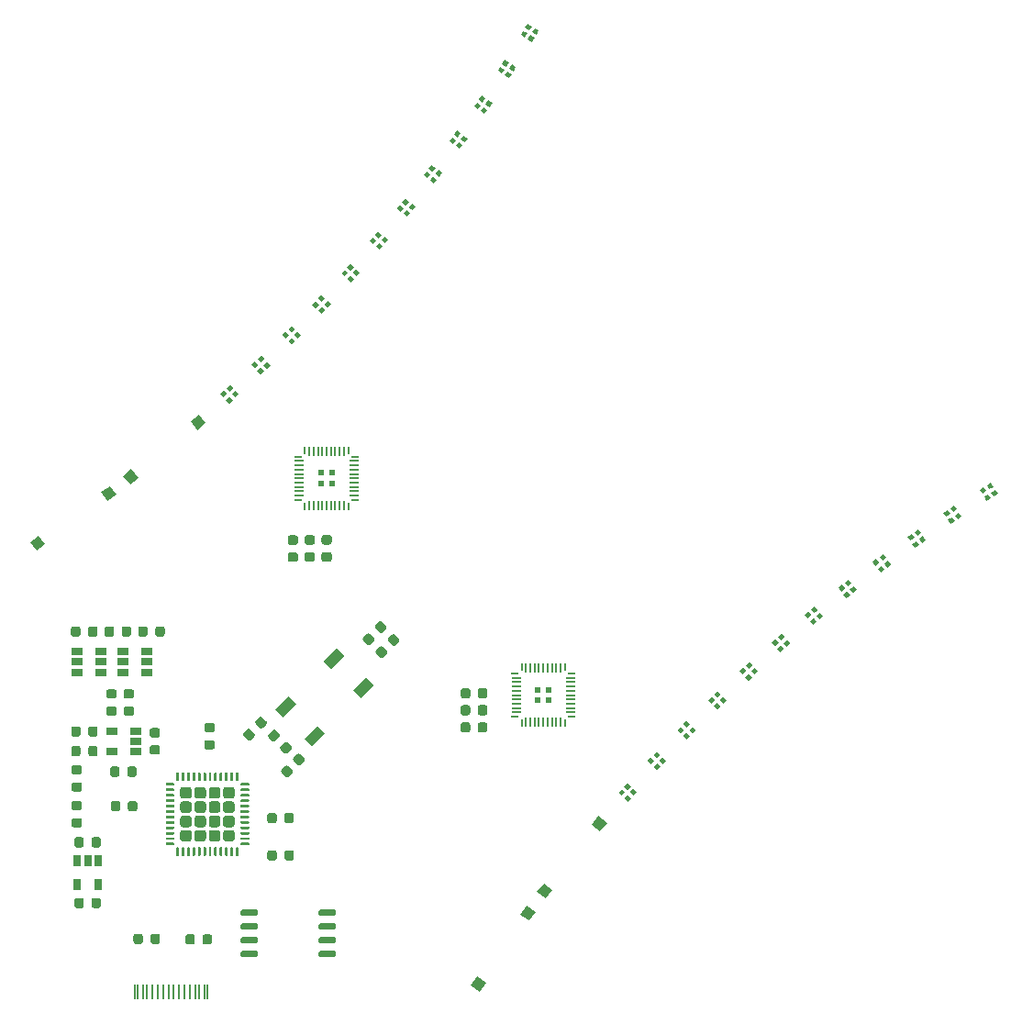
<source format=gtp>
G04 #@! TF.GenerationSoftware,KiCad,Pcbnew,(5.99.0-3349-g91c4a681c)*
G04 #@! TF.CreationDate,2020-09-20T22:46:24+02:00*
G04 #@! TF.ProjectId,badge,62616467-652e-46b6-9963-61645f706362,0.1*
G04 #@! TF.SameCoordinates,Original*
G04 #@! TF.FileFunction,Paste,Top*
G04 #@! TF.FilePolarity,Positive*
%FSLAX46Y46*%
G04 Gerber Fmt 4.6, Leading zero omitted, Abs format (unit mm)*
G04 Created by KiCad (PCBNEW (5.99.0-3349-g91c4a681c)) date 2020-09-20 22:46:24*
%MOMM*%
%LPD*%
G01*
G04 APERTURE LIST*
%ADD10O,0.200000X0.800000*%
%ADD11O,0.200000X1.000000*%
%ADD12O,0.800000X0.200000*%
%ADD13O,1.000000X0.200000*%
%ADD14R,0.600000X0.600000*%
%ADD15R,0.650000X1.060000*%
%ADD16R,1.060000X0.650000*%
%ADD17R,0.240000X1.400000*%
G04 APERTURE END LIST*
G04 #@! TO.C,D18*
G36*
X126658847Y-109610939D02*
G01*
X127001030Y-109318688D01*
X127293281Y-109660871D01*
X126951098Y-109953122D01*
X126658847Y-109610939D01*
G37*
G36*
X126073334Y-110111014D02*
G01*
X126415517Y-109818763D01*
X126707768Y-110160946D01*
X126365585Y-110453197D01*
X126073334Y-110111014D01*
G37*
G36*
X126573409Y-110696527D02*
G01*
X126915592Y-110404276D01*
X127207843Y-110746459D01*
X126865660Y-111038710D01*
X126573409Y-110696527D01*
G37*
G36*
X127158922Y-110196452D02*
G01*
X127501105Y-109904201D01*
X127793356Y-110246384D01*
X127451173Y-110538635D01*
X127158922Y-110196452D01*
G37*
G04 #@! TD*
G04 #@! TO.C,D10*
G36*
X81228651Y-82091322D02*
G01*
X80910453Y-81773124D01*
X81228651Y-81454926D01*
X81546849Y-81773124D01*
X81228651Y-82091322D01*
G37*
G36*
X81773123Y-82635794D02*
G01*
X81454925Y-82317596D01*
X81773123Y-81999398D01*
X82091321Y-82317596D01*
X81773123Y-82635794D01*
G37*
G36*
X82317595Y-82091322D02*
G01*
X81999397Y-81773124D01*
X82317595Y-81454926D01*
X82635793Y-81773124D01*
X82317595Y-82091322D01*
G37*
G36*
X81773123Y-81546850D02*
G01*
X81454925Y-81228652D01*
X81773123Y-80910454D01*
X82091321Y-81228652D01*
X81773123Y-81546850D01*
G37*
G04 #@! TD*
G04 #@! TO.C,D19*
G36*
X129713079Y-107076209D02*
G01*
X130062795Y-106793015D01*
X130345989Y-107142731D01*
X129996273Y-107425925D01*
X129713079Y-107076209D01*
G37*
G36*
X129114676Y-107560786D02*
G01*
X129464392Y-107277592D01*
X129747586Y-107627308D01*
X129397870Y-107910502D01*
X129114676Y-107560786D01*
G37*
G36*
X129599253Y-108159189D02*
G01*
X129948969Y-107875995D01*
X130232163Y-108225711D01*
X129882447Y-108508905D01*
X129599253Y-108159189D01*
G37*
G36*
X130197656Y-107674612D02*
G01*
X130547372Y-107391418D01*
X130830566Y-107741134D01*
X130480850Y-108024328D01*
X130197656Y-107674612D01*
G37*
G04 #@! TD*
G04 #@! TO.C,D1*
G36*
X103293519Y-54333794D02*
G01*
X102909831Y-54098670D01*
X103144955Y-53714982D01*
X103528643Y-53950106D01*
X103293519Y-54333794D01*
G37*
G36*
X103950052Y-54736117D02*
G01*
X103566364Y-54500993D01*
X103801488Y-54117305D01*
X104185176Y-54352429D01*
X103950052Y-54736117D01*
G37*
G36*
X104352375Y-54079584D02*
G01*
X103968687Y-53844460D01*
X104203811Y-53460772D01*
X104587499Y-53695896D01*
X104352375Y-54079584D01*
G37*
G36*
X103695842Y-53677261D02*
G01*
X103312154Y-53442137D01*
X103547278Y-53058449D01*
X103930966Y-53293573D01*
X103695842Y-53677261D01*
G37*
G04 #@! TD*
G04 #@! TO.C,D20*
G36*
X132832616Y-104622299D02*
G01*
X133189625Y-104348356D01*
X133463568Y-104705365D01*
X133106559Y-104979308D01*
X132832616Y-104622299D01*
G37*
G36*
X132221734Y-105091045D02*
G01*
X132578743Y-104817102D01*
X132852686Y-105174111D01*
X132495677Y-105448054D01*
X132221734Y-105091045D01*
G37*
G36*
X132690480Y-105701927D02*
G01*
X133047489Y-105427984D01*
X133321432Y-105784993D01*
X132964423Y-106058936D01*
X132690480Y-105701927D01*
G37*
G36*
X133301362Y-105233181D02*
G01*
X133658371Y-104959238D01*
X133932314Y-105316247D01*
X133575305Y-105590190D01*
X133301362Y-105233181D01*
G37*
G04 #@! TD*
G04 #@! TO.C,D5*
G36*
X94298074Y-67309520D02*
G01*
X93941065Y-67035577D01*
X94215008Y-66678568D01*
X94572017Y-66952511D01*
X94298074Y-67309520D01*
G37*
G36*
X94908956Y-67778266D02*
G01*
X94551947Y-67504323D01*
X94825890Y-67147314D01*
X95182899Y-67421257D01*
X94908956Y-67778266D01*
G37*
G36*
X95377702Y-67167384D02*
G01*
X95020693Y-66893441D01*
X95294636Y-66536432D01*
X95651645Y-66810375D01*
X95377702Y-67167384D01*
G37*
G36*
X94766820Y-66698638D02*
G01*
X94409811Y-66424695D01*
X94683754Y-66067686D01*
X95040763Y-66341629D01*
X94766820Y-66698638D01*
G37*
G04 #@! TD*
G04 #@! TO.C,D24*
G36*
X145920416Y-95647625D02*
G01*
X146304104Y-95412501D01*
X146539228Y-95796189D01*
X146155540Y-96031313D01*
X145920416Y-95647625D01*
G37*
G36*
X145263883Y-96049948D02*
G01*
X145647571Y-95814824D01*
X145882695Y-96198512D01*
X145499007Y-96433636D01*
X145263883Y-96049948D01*
G37*
G36*
X145666206Y-96706481D02*
G01*
X146049894Y-96471357D01*
X146285018Y-96855045D01*
X145901330Y-97090169D01*
X145666206Y-96706481D01*
G37*
G36*
X146322739Y-96304158D02*
G01*
X146706427Y-96069034D01*
X146941551Y-96452722D01*
X146557863Y-96687846D01*
X146322739Y-96304158D01*
G37*
G04 #@! TD*
G04 #@! TO.C,D23*
G36*
X142561463Y-97762013D02*
G01*
X142938865Y-97516925D01*
X143183953Y-97894327D01*
X142806551Y-98139415D01*
X142561463Y-97762013D01*
G37*
G36*
X141915687Y-98181385D02*
G01*
X142293089Y-97936297D01*
X142538177Y-98313699D01*
X142160775Y-98558787D01*
X141915687Y-98181385D01*
G37*
G36*
X142335059Y-98827161D02*
G01*
X142712461Y-98582073D01*
X142957549Y-98959475D01*
X142580147Y-99204563D01*
X142335059Y-98827161D01*
G37*
G36*
X142980835Y-98407789D02*
G01*
X143358237Y-98162701D01*
X143603325Y-98540103D01*
X143225923Y-98785191D01*
X142980835Y-98407789D01*
G37*
G04 #@! TD*
G04 #@! TO.C,D9*
G36*
X83995573Y-79273883D02*
G01*
X83669155Y-78964123D01*
X83978915Y-78637705D01*
X84305333Y-78947465D01*
X83995573Y-79273883D01*
G37*
G36*
X84554112Y-79803916D02*
G01*
X84227694Y-79494156D01*
X84537454Y-79167738D01*
X84863872Y-79477498D01*
X84554112Y-79803916D01*
G37*
G36*
X85084145Y-79245377D02*
G01*
X84757727Y-78935617D01*
X85067487Y-78609199D01*
X85393905Y-78918959D01*
X85084145Y-79245377D01*
G37*
G36*
X84525606Y-78715344D02*
G01*
X84199188Y-78405584D01*
X84508948Y-78079166D01*
X84835366Y-78388926D01*
X84525606Y-78715344D01*
G37*
G04 #@! TD*
G04 #@! TO.C,D7*
G36*
X89303472Y-73426591D02*
G01*
X88961289Y-73134340D01*
X89253540Y-72792157D01*
X89595723Y-73084408D01*
X89303472Y-73426591D01*
G37*
G36*
X89888985Y-73926666D02*
G01*
X89546802Y-73634415D01*
X89839053Y-73292232D01*
X90181236Y-73584483D01*
X89888985Y-73926666D01*
G37*
G36*
X90389060Y-73341153D02*
G01*
X90046877Y-73048902D01*
X90339128Y-72706719D01*
X90681311Y-72998970D01*
X90389060Y-73341153D01*
G37*
G36*
X89803547Y-72841078D02*
G01*
X89461364Y-72548827D01*
X89753615Y-72206644D01*
X90095798Y-72498895D01*
X89803547Y-72841078D01*
G37*
G04 #@! TD*
G04 #@! TO.C,D6*
G36*
X91840811Y-70400747D02*
G01*
X91491095Y-70117553D01*
X91774289Y-69767837D01*
X92124005Y-70051031D01*
X91840811Y-70400747D01*
G37*
G36*
X92439214Y-70885324D02*
G01*
X92089498Y-70602130D01*
X92372692Y-70252414D01*
X92722408Y-70535608D01*
X92439214Y-70885324D01*
G37*
G36*
X92923791Y-70286921D02*
G01*
X92574075Y-70003727D01*
X92857269Y-69654011D01*
X93206985Y-69937205D01*
X92923791Y-70286921D01*
G37*
G36*
X92325388Y-69802344D02*
G01*
X91975672Y-69519150D01*
X92258866Y-69169434D01*
X92608582Y-69452628D01*
X92325388Y-69802344D01*
G37*
G04 #@! TD*
G04 #@! TO.C,D15*
G36*
X117908678Y-117682404D02*
G01*
X118226876Y-117364206D01*
X118545074Y-117682404D01*
X118226876Y-118000602D01*
X117908678Y-117682404D01*
G37*
G36*
X117364206Y-118226876D02*
G01*
X117682404Y-117908678D01*
X118000602Y-118226876D01*
X117682404Y-118545074D01*
X117364206Y-118226876D01*
G37*
G36*
X117908678Y-118771348D02*
G01*
X118226876Y-118453150D01*
X118545074Y-118771348D01*
X118226876Y-119089546D01*
X117908678Y-118771348D01*
G37*
G36*
X118453150Y-118226876D02*
G01*
X118771348Y-117908678D01*
X119089546Y-118226876D01*
X118771348Y-118545074D01*
X118453150Y-118226876D01*
G37*
G04 #@! TD*
G04 #@! TO.C,D4*
G36*
X96673574Y-64155028D02*
G01*
X96309516Y-63890524D01*
X96574020Y-63526466D01*
X96938078Y-63790970D01*
X96673574Y-64155028D01*
G37*
G36*
X97296517Y-64607623D02*
G01*
X96932459Y-64343119D01*
X97196963Y-63979061D01*
X97561021Y-64243565D01*
X97296517Y-64607623D01*
G37*
G36*
X97749112Y-63984680D02*
G01*
X97385054Y-63720176D01*
X97649558Y-63356118D01*
X98013616Y-63620622D01*
X97749112Y-63984680D01*
G37*
G36*
X97126169Y-63532085D02*
G01*
X96762111Y-63267581D01*
X97026615Y-62903523D01*
X97390673Y-63168027D01*
X97126169Y-63532085D01*
G37*
G04 #@! TD*
G04 #@! TO.C,D16*
G36*
X120754623Y-114915855D02*
G01*
X121081041Y-114606095D01*
X121390801Y-114932513D01*
X121064383Y-115242273D01*
X120754623Y-114915855D01*
G37*
G36*
X120196084Y-115445888D02*
G01*
X120522502Y-115136128D01*
X120832262Y-115462546D01*
X120505844Y-115772306D01*
X120196084Y-115445888D01*
G37*
G36*
X120726117Y-116004427D02*
G01*
X121052535Y-115694667D01*
X121362295Y-116021085D01*
X121035877Y-116330845D01*
X120726117Y-116004427D01*
G37*
G36*
X121284656Y-115474394D02*
G01*
X121611074Y-115164634D01*
X121920834Y-115491052D01*
X121594416Y-115800812D01*
X121284656Y-115474394D01*
G37*
G04 #@! TD*
G04 #@! TO.C,D11*
G36*
X78388927Y-84835366D02*
G01*
X78079167Y-84508948D01*
X78405585Y-84199188D01*
X78715345Y-84525606D01*
X78388927Y-84835366D01*
G37*
G36*
X78918960Y-85393905D02*
G01*
X78609200Y-85067487D01*
X78935618Y-84757727D01*
X79245378Y-85084145D01*
X78918960Y-85393905D01*
G37*
G36*
X79477499Y-84863872D02*
G01*
X79167739Y-84537454D01*
X79494157Y-84227694D01*
X79803917Y-84554112D01*
X79477499Y-84863872D01*
G37*
G36*
X78947466Y-84305333D02*
G01*
X78637706Y-83978915D01*
X78964124Y-83669155D01*
X79273884Y-83995573D01*
X78947466Y-84305333D01*
G37*
G04 #@! TD*
G04 #@! TO.C,D17*
G36*
X123672011Y-112224752D02*
G01*
X124006426Y-111923643D01*
X124307535Y-112258058D01*
X123973120Y-112559167D01*
X123672011Y-112224752D01*
G37*
G36*
X123099790Y-112739983D02*
G01*
X123434205Y-112438874D01*
X123735314Y-112773289D01*
X123400899Y-113074398D01*
X123099790Y-112739983D01*
G37*
G36*
X123615021Y-113312204D02*
G01*
X123949436Y-113011095D01*
X124250545Y-113345510D01*
X123916130Y-113646619D01*
X123615021Y-113312204D01*
G37*
G36*
X124187242Y-112796973D02*
G01*
X124521657Y-112495864D01*
X124822766Y-112830279D01*
X124488351Y-113131388D01*
X124187242Y-112796973D01*
G37*
G04 #@! TD*
G04 #@! TO.C,D14*
G36*
X115136128Y-120522502D02*
G01*
X115445888Y-120196084D01*
X115772306Y-120505844D01*
X115462546Y-120832262D01*
X115136128Y-120522502D01*
G37*
G36*
X114606095Y-121081041D02*
G01*
X114915855Y-120754623D01*
X115242273Y-121064383D01*
X114932513Y-121390801D01*
X114606095Y-121081041D01*
G37*
G36*
X115164634Y-121611074D02*
G01*
X115474394Y-121284656D01*
X115800812Y-121594416D01*
X115491052Y-121920834D01*
X115164634Y-121611074D01*
G37*
G36*
X115694667Y-121052535D02*
G01*
X116004427Y-120726117D01*
X116330845Y-121035877D01*
X116021085Y-121362295D01*
X115694667Y-121052535D01*
G37*
G04 #@! TD*
G04 #@! TO.C,D12*
G36*
X75478343Y-87504136D02*
G01*
X75177234Y-87169721D01*
X75511649Y-86868612D01*
X75812758Y-87203027D01*
X75478343Y-87504136D01*
G37*
G36*
X75993574Y-88076357D02*
G01*
X75692465Y-87741942D01*
X76026880Y-87440833D01*
X76327989Y-87775248D01*
X75993574Y-88076357D01*
G37*
G36*
X76565795Y-87561126D02*
G01*
X76264686Y-87226711D01*
X76599101Y-86925602D01*
X76900210Y-87260017D01*
X76565795Y-87561126D01*
G37*
G36*
X76050564Y-86988905D02*
G01*
X75749455Y-86654490D01*
X76083870Y-86353381D01*
X76384979Y-86687796D01*
X76050564Y-86988905D01*
G37*
G04 #@! TD*
G04 #@! TO.C,D22*
G36*
X139259010Y-99963604D02*
G01*
X139629867Y-99708721D01*
X139884750Y-100079578D01*
X139513893Y-100334461D01*
X139259010Y-99963604D01*
G37*
G36*
X138624433Y-100399737D02*
G01*
X138995290Y-100144854D01*
X139250173Y-100515711D01*
X138879316Y-100770594D01*
X138624433Y-100399737D01*
G37*
G36*
X139060566Y-101034314D02*
G01*
X139431423Y-100779431D01*
X139686306Y-101150288D01*
X139315449Y-101405171D01*
X139060566Y-101034314D01*
G37*
G36*
X139695143Y-100598181D02*
G01*
X140066000Y-100343298D01*
X140320883Y-100714155D01*
X139950026Y-100969038D01*
X139695143Y-100598181D01*
G37*
G04 #@! TD*
G04 #@! TO.C,D13*
G36*
X112438874Y-123434205D02*
G01*
X112739983Y-123099790D01*
X113074398Y-123400899D01*
X112773289Y-123735314D01*
X112438874Y-123434205D01*
G37*
G36*
X111923643Y-124006426D02*
G01*
X112224752Y-123672011D01*
X112559167Y-123973120D01*
X112258058Y-124307535D01*
X111923643Y-124006426D01*
G37*
G36*
X112495864Y-124521657D02*
G01*
X112796973Y-124187242D01*
X113131388Y-124488351D01*
X112830279Y-124822766D01*
X112495864Y-124521657D01*
G37*
G36*
X113011095Y-123949436D02*
G01*
X113312204Y-123615021D01*
X113646619Y-123916130D01*
X113345510Y-124250545D01*
X113011095Y-123949436D01*
G37*
G04 #@! TD*
G04 #@! TO.C,D21*
G36*
X136015320Y-102250888D02*
G01*
X136379378Y-101986384D01*
X136643882Y-102350442D01*
X136279824Y-102614946D01*
X136015320Y-102250888D01*
G37*
G36*
X135392377Y-102703483D02*
G01*
X135756435Y-102438979D01*
X136020939Y-102803037D01*
X135656881Y-103067541D01*
X135392377Y-102703483D01*
G37*
G36*
X135844972Y-103326426D02*
G01*
X136209030Y-103061922D01*
X136473534Y-103425980D01*
X136109476Y-103690484D01*
X135844972Y-103326426D01*
G37*
G36*
X136467915Y-102873831D02*
G01*
X136831973Y-102609327D01*
X137096477Y-102973385D01*
X136732419Y-103237889D01*
X136467915Y-102873831D01*
G37*
G04 #@! TD*
G04 #@! TO.C,D2*
G36*
X101172839Y-57664941D02*
G01*
X100795437Y-57419853D01*
X101040525Y-57042451D01*
X101417927Y-57287539D01*
X101172839Y-57664941D01*
G37*
G36*
X101818615Y-58084313D02*
G01*
X101441213Y-57839225D01*
X101686301Y-57461823D01*
X102063703Y-57706911D01*
X101818615Y-58084313D01*
G37*
G36*
X102237987Y-57438537D02*
G01*
X101860585Y-57193449D01*
X102105673Y-56816047D01*
X102483075Y-57061135D01*
X102237987Y-57438537D01*
G37*
G36*
X101592211Y-57019165D02*
G01*
X101214809Y-56774077D01*
X101459897Y-56396675D01*
X101837299Y-56641763D01*
X101592211Y-57019165D01*
G37*
G04 #@! TD*
G04 #@! TO.C,D3*
G36*
X98965687Y-60939434D02*
G01*
X98594830Y-60684551D01*
X98849713Y-60313694D01*
X99220570Y-60568577D01*
X98965687Y-60939434D01*
G37*
G36*
X99600264Y-61375567D02*
G01*
X99229407Y-61120684D01*
X99484290Y-60749827D01*
X99855147Y-61004710D01*
X99600264Y-61375567D01*
G37*
G36*
X100036397Y-60740990D02*
G01*
X99665540Y-60486107D01*
X99920423Y-60115250D01*
X100291280Y-60370133D01*
X100036397Y-60740990D01*
G37*
G36*
X99401820Y-60304857D02*
G01*
X99030963Y-60049974D01*
X99285846Y-59679117D01*
X99656703Y-59934000D01*
X99401820Y-60304857D01*
G37*
G04 #@! TD*
G04 #@! TO.C,D8*
G36*
X86687795Y-76384979D02*
G01*
X86353380Y-76083870D01*
X86654489Y-75749455D01*
X86988904Y-76050564D01*
X86687795Y-76384979D01*
G37*
G36*
X87260016Y-76900210D02*
G01*
X86925601Y-76599101D01*
X87226710Y-76264686D01*
X87561125Y-76565795D01*
X87260016Y-76900210D01*
G37*
G36*
X87775247Y-76327989D02*
G01*
X87440832Y-76026880D01*
X87741941Y-75692465D01*
X88076356Y-75993574D01*
X87775247Y-76327989D01*
G37*
G36*
X87203026Y-75812758D02*
G01*
X86868611Y-75511649D01*
X87169720Y-75177234D01*
X87504135Y-75478343D01*
X87203026Y-75812758D01*
G37*
G04 #@! TD*
D10*
G04 #@! TO.C,U2*
X103000000Y-117600000D03*
D11*
X103400000Y-117500000D03*
X103800000Y-117500000D03*
X104200000Y-117500000D03*
X104600000Y-117500000D03*
X105000000Y-117500000D03*
X105400000Y-117500000D03*
X105800000Y-117500000D03*
X106200000Y-117500000D03*
X106600000Y-117500000D03*
D10*
X107000000Y-117600000D03*
D12*
X107600000Y-117000000D03*
D13*
X107500000Y-116600000D03*
X107500000Y-116200000D03*
X107500000Y-115800000D03*
X107500000Y-115400000D03*
X107500000Y-115000000D03*
X107500000Y-114600000D03*
X107500000Y-114200000D03*
X107500000Y-113800000D03*
X107500000Y-113400000D03*
D12*
X107600000Y-113000000D03*
D10*
X107000000Y-112400000D03*
D11*
X106600000Y-112500000D03*
X106200000Y-112500000D03*
X105800000Y-112500000D03*
X105400000Y-112500000D03*
X105000000Y-112500000D03*
X104600000Y-112500000D03*
X104200000Y-112500000D03*
X103800000Y-112500000D03*
X103400000Y-112500000D03*
D10*
X103000000Y-112400000D03*
D12*
X102400000Y-113000000D03*
D13*
X102500000Y-113400000D03*
X102500000Y-113800000D03*
X102500000Y-114200000D03*
X102500000Y-114600000D03*
X102500000Y-115000000D03*
X102500000Y-115400000D03*
X102500000Y-115800000D03*
X102500000Y-116200000D03*
X102500000Y-116600000D03*
D12*
X102400000Y-117000000D03*
D14*
X104500000Y-114500000D03*
X105500000Y-114500000D03*
X104500000Y-115500000D03*
X105500000Y-115500000D03*
G04 #@! TD*
G04 #@! TO.C,SW1*
G36*
X66844882Y-95569555D02*
G01*
X66215562Y-94792409D01*
X66992708Y-94163089D01*
X67622028Y-94940235D01*
X66844882Y-95569555D01*
G37*
G36*
X73062050Y-90534991D02*
G01*
X72432730Y-89757845D01*
X73209876Y-89128525D01*
X73839196Y-89905671D01*
X73062050Y-90534991D01*
G37*
G04 #@! TD*
G04 #@! TO.C,C4*
G36*
G01*
X99835000Y-114583750D02*
X99835000Y-115096250D01*
G75*
G02*
X99616250Y-115315000I-218750J0D01*
G01*
X99178750Y-115315000D01*
G75*
G02*
X98960000Y-115096250I0J218750D01*
G01*
X98960000Y-114583750D01*
G75*
G02*
X99178750Y-114365000I218750J0D01*
G01*
X99616250Y-114365000D01*
G75*
G02*
X99835000Y-114583750I0J-218750D01*
G01*
G37*
G36*
G01*
X98260000Y-114583750D02*
X98260000Y-115096250D01*
G75*
G02*
X98041250Y-115315000I-218750J0D01*
G01*
X97603750Y-115315000D01*
G75*
G02*
X97385000Y-115096250I0J218750D01*
G01*
X97385000Y-114583750D01*
G75*
G02*
X97603750Y-114365000I218750J0D01*
G01*
X98041250Y-114365000D01*
G75*
G02*
X98260000Y-114583750I0J-218750D01*
G01*
G37*
G04 #@! TD*
G04 #@! TO.C,C2*
G36*
G01*
X83193750Y-100245000D02*
X83706250Y-100245000D01*
G75*
G02*
X83925000Y-100463750I0J-218750D01*
G01*
X83925000Y-100901250D01*
G75*
G02*
X83706250Y-101120000I-218750J0D01*
G01*
X83193750Y-101120000D01*
G75*
G02*
X82975000Y-100901250I0J218750D01*
G01*
X82975000Y-100463750D01*
G75*
G02*
X83193750Y-100245000I218750J0D01*
G01*
G37*
G36*
G01*
X83193750Y-101820000D02*
X83706250Y-101820000D01*
G75*
G02*
X83925000Y-102038750I0J-218750D01*
G01*
X83925000Y-102476250D01*
G75*
G02*
X83706250Y-102695000I-218750J0D01*
G01*
X83193750Y-102695000D01*
G75*
G02*
X82975000Y-102476250I0J218750D01*
G01*
X82975000Y-102038750D01*
G75*
G02*
X83193750Y-101820000I218750J0D01*
G01*
G37*
G04 #@! TD*
G04 #@! TO.C,R7*
G36*
G01*
X82585010Y-120452597D02*
X82947403Y-120814990D01*
G75*
G02*
X82947403Y-121124350I-154680J-154680D01*
G01*
X82638044Y-121433709D01*
G75*
G02*
X82328684Y-121433709I-154680J154680D01*
G01*
X81966291Y-121071316D01*
G75*
G02*
X81966291Y-120761956I154680J154680D01*
G01*
X82275650Y-120452597D01*
G75*
G02*
X82585010Y-120452597I154680J-154680D01*
G01*
G37*
G36*
G01*
X81471316Y-121566291D02*
X81833709Y-121928684D01*
G75*
G02*
X81833709Y-122238044I-154680J-154680D01*
G01*
X81524350Y-122547403D01*
G75*
G02*
X81214990Y-122547403I-154680J154680D01*
G01*
X80852597Y-122185010D01*
G75*
G02*
X80852597Y-121875650I154680J154680D01*
G01*
X81161956Y-121566291D01*
G75*
G02*
X81471316Y-121566291I154680J-154680D01*
G01*
G37*
G04 #@! TD*
G04 #@! TO.C,C11*
G36*
G01*
X61425000Y-120426250D02*
X61425000Y-119913750D01*
G75*
G02*
X61643750Y-119695000I218750J0D01*
G01*
X62081250Y-119695000D01*
G75*
G02*
X62300000Y-119913750I0J-218750D01*
G01*
X62300000Y-120426250D01*
G75*
G02*
X62081250Y-120645000I-218750J0D01*
G01*
X61643750Y-120645000D01*
G75*
G02*
X61425000Y-120426250I0J218750D01*
G01*
G37*
G36*
G01*
X63000000Y-120426250D02*
X63000000Y-119913750D01*
G75*
G02*
X63218750Y-119695000I218750J0D01*
G01*
X63656250Y-119695000D01*
G75*
G02*
X63875000Y-119913750I0J-218750D01*
G01*
X63875000Y-120426250D01*
G75*
G02*
X63656250Y-120645000I-218750J0D01*
G01*
X63218750Y-120645000D01*
G75*
G02*
X63000000Y-120426250I0J218750D01*
G01*
G37*
G04 #@! TD*
G04 #@! TO.C,D25*
G36*
G01*
X81747403Y-119985010D02*
X81385010Y-120347403D01*
G75*
G02*
X81075650Y-120347403I-154680J154680D01*
G01*
X80766291Y-120038044D01*
G75*
G02*
X80766291Y-119728684I154680J154680D01*
G01*
X81128684Y-119366291D01*
G75*
G02*
X81438044Y-119366291I154680J-154680D01*
G01*
X81747403Y-119675650D01*
G75*
G02*
X81747403Y-119985010I-154680J-154680D01*
G01*
G37*
G36*
G01*
X80633709Y-118871316D02*
X80271316Y-119233709D01*
G75*
G02*
X79961956Y-119233709I-154680J154680D01*
G01*
X79652597Y-118924350D01*
G75*
G02*
X79652597Y-118614990I154680J154680D01*
G01*
X80014990Y-118252597D01*
G75*
G02*
X80324350Y-118252597I154680J-154680D01*
G01*
X80633709Y-118561956D01*
G75*
G02*
X80633709Y-118871316I-154680J-154680D01*
G01*
G37*
G04 #@! TD*
G04 #@! TO.C,R17*
G36*
G01*
X61683750Y-124774999D02*
X62196250Y-124774999D01*
G75*
G02*
X62415000Y-124993749I0J-218750D01*
G01*
X62415000Y-125431249D01*
G75*
G02*
X62196250Y-125649999I-218750J0D01*
G01*
X61683750Y-125649999D01*
G75*
G02*
X61465000Y-125431249I0J218750D01*
G01*
X61465000Y-124993749D01*
G75*
G02*
X61683750Y-124774999I218750J0D01*
G01*
G37*
G36*
G01*
X61683750Y-126349999D02*
X62196250Y-126349999D01*
G75*
G02*
X62415000Y-126568749I0J-218750D01*
G01*
X62415000Y-127006249D01*
G75*
G02*
X62196250Y-127224999I-218750J0D01*
G01*
X61683750Y-127224999D01*
G75*
G02*
X61465000Y-127006249I0J218750D01*
G01*
X61465000Y-126568749D01*
G75*
G02*
X61683750Y-126349999I218750J0D01*
G01*
G37*
G04 #@! TD*
D15*
G04 #@! TO.C,U5*
X63900000Y-130290000D03*
X62950000Y-130290000D03*
X62000000Y-130290000D03*
X62000000Y-132490000D03*
X63900000Y-132490000D03*
G04 #@! TD*
G04 #@! TO.C,R14*
G36*
G01*
X67006250Y-116907500D02*
X66493750Y-116907500D01*
G75*
G02*
X66275000Y-116688750I0J218750D01*
G01*
X66275000Y-116251250D01*
G75*
G02*
X66493750Y-116032500I218750J0D01*
G01*
X67006250Y-116032500D01*
G75*
G02*
X67225000Y-116251250I0J-218750D01*
G01*
X67225000Y-116688750D01*
G75*
G02*
X67006250Y-116907500I-218750J0D01*
G01*
G37*
G36*
G01*
X67006250Y-115332500D02*
X66493750Y-115332500D01*
G75*
G02*
X66275000Y-115113750I0J218750D01*
G01*
X66275000Y-114676250D01*
G75*
G02*
X66493750Y-114457500I218750J0D01*
G01*
X67006250Y-114457500D01*
G75*
G02*
X67225000Y-114676250I0J-218750D01*
G01*
X67225000Y-115113750D01*
G75*
G02*
X67006250Y-115332500I-218750J0D01*
G01*
G37*
G04 #@! TD*
G04 #@! TO.C,R4*
G36*
G01*
X99830000Y-117733750D02*
X99830000Y-118246250D01*
G75*
G02*
X99611250Y-118465000I-218750J0D01*
G01*
X99173750Y-118465000D01*
G75*
G02*
X98955000Y-118246250I0J218750D01*
G01*
X98955000Y-117733750D01*
G75*
G02*
X99173750Y-117515000I218750J0D01*
G01*
X99611250Y-117515000D01*
G75*
G02*
X99830000Y-117733750I0J-218750D01*
G01*
G37*
G36*
G01*
X98255000Y-117733750D02*
X98255000Y-118246250D01*
G75*
G02*
X98036250Y-118465000I-218750J0D01*
G01*
X97598750Y-118465000D01*
G75*
G02*
X97380000Y-118246250I0J218750D01*
G01*
X97380000Y-117733750D01*
G75*
G02*
X97598750Y-117515000I218750J0D01*
G01*
X98036250Y-117515000D01*
G75*
G02*
X98255000Y-117733750I0J-218750D01*
G01*
G37*
G04 #@! TD*
G04 #@! TO.C,U3*
G36*
G01*
X77060000Y-135235000D02*
X77060000Y-134935000D01*
G75*
G02*
X77210000Y-134785000I150000J0D01*
G01*
X78510000Y-134785000D01*
G75*
G02*
X78660000Y-134935000I0J-150000D01*
G01*
X78660000Y-135235000D01*
G75*
G02*
X78510000Y-135385000I-150000J0D01*
G01*
X77210000Y-135385000D01*
G75*
G02*
X77060000Y-135235000I0J150000D01*
G01*
G37*
G36*
G01*
X77060000Y-136505000D02*
X77060000Y-136205000D01*
G75*
G02*
X77210000Y-136055000I150000J0D01*
G01*
X78510000Y-136055000D01*
G75*
G02*
X78660000Y-136205000I0J-150000D01*
G01*
X78660000Y-136505000D01*
G75*
G02*
X78510000Y-136655000I-150000J0D01*
G01*
X77210000Y-136655000D01*
G75*
G02*
X77060000Y-136505000I0J150000D01*
G01*
G37*
G36*
G01*
X77060000Y-137775000D02*
X77060000Y-137475000D01*
G75*
G02*
X77210000Y-137325000I150000J0D01*
G01*
X78510000Y-137325000D01*
G75*
G02*
X78660000Y-137475000I0J-150000D01*
G01*
X78660000Y-137775000D01*
G75*
G02*
X78510000Y-137925000I-150000J0D01*
G01*
X77210000Y-137925000D01*
G75*
G02*
X77060000Y-137775000I0J150000D01*
G01*
G37*
G36*
G01*
X77060000Y-139045000D02*
X77060000Y-138745000D01*
G75*
G02*
X77210000Y-138595000I150000J0D01*
G01*
X78510000Y-138595000D01*
G75*
G02*
X78660000Y-138745000I0J-150000D01*
G01*
X78660000Y-139045000D01*
G75*
G02*
X78510000Y-139195000I-150000J0D01*
G01*
X77210000Y-139195000D01*
G75*
G02*
X77060000Y-139045000I0J150000D01*
G01*
G37*
G36*
G01*
X84260000Y-139045000D02*
X84260000Y-138745000D01*
G75*
G02*
X84410000Y-138595000I150000J0D01*
G01*
X85710000Y-138595000D01*
G75*
G02*
X85860000Y-138745000I0J-150000D01*
G01*
X85860000Y-139045000D01*
G75*
G02*
X85710000Y-139195000I-150000J0D01*
G01*
X84410000Y-139195000D01*
G75*
G02*
X84260000Y-139045000I0J150000D01*
G01*
G37*
G36*
G01*
X84260000Y-137775000D02*
X84260000Y-137475000D01*
G75*
G02*
X84410000Y-137325000I150000J0D01*
G01*
X85710000Y-137325000D01*
G75*
G02*
X85860000Y-137475000I0J-150000D01*
G01*
X85860000Y-137775000D01*
G75*
G02*
X85710000Y-137925000I-150000J0D01*
G01*
X84410000Y-137925000D01*
G75*
G02*
X84260000Y-137775000I0J150000D01*
G01*
G37*
G36*
G01*
X84260000Y-136505000D02*
X84260000Y-136205000D01*
G75*
G02*
X84410000Y-136055000I150000J0D01*
G01*
X85710000Y-136055000D01*
G75*
G02*
X85860000Y-136205000I0J-150000D01*
G01*
X85860000Y-136505000D01*
G75*
G02*
X85710000Y-136655000I-150000J0D01*
G01*
X84410000Y-136655000D01*
G75*
G02*
X84260000Y-136505000I0J150000D01*
G01*
G37*
G36*
G01*
X84260000Y-135235000D02*
X84260000Y-134935000D01*
G75*
G02*
X84410000Y-134785000I150000J0D01*
G01*
X85710000Y-134785000D01*
G75*
G02*
X85860000Y-134935000I0J-150000D01*
G01*
X85860000Y-135235000D01*
G75*
G02*
X85710000Y-135385000I-150000J0D01*
G01*
X84410000Y-135385000D01*
G75*
G02*
X84260000Y-135235000I0J150000D01*
G01*
G37*
G04 #@! TD*
D16*
G04 #@! TO.C,U4*
X66234990Y-110992490D03*
X66234990Y-111942490D03*
X66234990Y-112892490D03*
X68434990Y-112892490D03*
X68434990Y-111942490D03*
X68434990Y-110992490D03*
G04 #@! TD*
G04 #@! TO.C,IC1*
G36*
G01*
X74375000Y-123485000D02*
X74945000Y-123485000D01*
G75*
G02*
X75195000Y-123735000I0J-250000D01*
G01*
X75195000Y-124305000D01*
G75*
G02*
X74945000Y-124555000I-250000J0D01*
G01*
X74375000Y-124555000D01*
G75*
G02*
X74125000Y-124305000I0J250000D01*
G01*
X74125000Y-123735000D01*
G75*
G02*
X74375000Y-123485000I250000J0D01*
G01*
G37*
G36*
G01*
X74375000Y-126125000D02*
X74945000Y-126125000D01*
G75*
G02*
X75195000Y-126375000I0J-250000D01*
G01*
X75195000Y-126945000D01*
G75*
G02*
X74945000Y-127195000I-250000J0D01*
G01*
X74375000Y-127195000D01*
G75*
G02*
X74125000Y-126945000I0J250000D01*
G01*
X74125000Y-126375000D01*
G75*
G02*
X74375000Y-126125000I250000J0D01*
G01*
G37*
G36*
G01*
X75695000Y-127445000D02*
X76265000Y-127445000D01*
G75*
G02*
X76515000Y-127695000I0J-250000D01*
G01*
X76515000Y-128265000D01*
G75*
G02*
X76265000Y-128515000I-250000J0D01*
G01*
X75695000Y-128515000D01*
G75*
G02*
X75445000Y-128265000I0J250000D01*
G01*
X75445000Y-127695000D01*
G75*
G02*
X75695000Y-127445000I250000J0D01*
G01*
G37*
G36*
G01*
X75695000Y-123485000D02*
X76265000Y-123485000D01*
G75*
G02*
X76515000Y-123735000I0J-250000D01*
G01*
X76515000Y-124305000D01*
G75*
G02*
X76265000Y-124555000I-250000J0D01*
G01*
X75695000Y-124555000D01*
G75*
G02*
X75445000Y-124305000I0J250000D01*
G01*
X75445000Y-123735000D01*
G75*
G02*
X75695000Y-123485000I250000J0D01*
G01*
G37*
G36*
G01*
X71735000Y-123485000D02*
X72305000Y-123485000D01*
G75*
G02*
X72555000Y-123735000I0J-250000D01*
G01*
X72555000Y-124305000D01*
G75*
G02*
X72305000Y-124555000I-250000J0D01*
G01*
X71735000Y-124555000D01*
G75*
G02*
X71485000Y-124305000I0J250000D01*
G01*
X71485000Y-123735000D01*
G75*
G02*
X71735000Y-123485000I250000J0D01*
G01*
G37*
G36*
G01*
X73055000Y-123485000D02*
X73625000Y-123485000D01*
G75*
G02*
X73875000Y-123735000I0J-250000D01*
G01*
X73875000Y-124305000D01*
G75*
G02*
X73625000Y-124555000I-250000J0D01*
G01*
X73055000Y-124555000D01*
G75*
G02*
X72805000Y-124305000I0J250000D01*
G01*
X72805000Y-123735000D01*
G75*
G02*
X73055000Y-123485000I250000J0D01*
G01*
G37*
G36*
G01*
X73055000Y-126125000D02*
X73625000Y-126125000D01*
G75*
G02*
X73875000Y-126375000I0J-250000D01*
G01*
X73875000Y-126945000D01*
G75*
G02*
X73625000Y-127195000I-250000J0D01*
G01*
X73055000Y-127195000D01*
G75*
G02*
X72805000Y-126945000I0J250000D01*
G01*
X72805000Y-126375000D01*
G75*
G02*
X73055000Y-126125000I250000J0D01*
G01*
G37*
G36*
G01*
X71735000Y-127445000D02*
X72305000Y-127445000D01*
G75*
G02*
X72555000Y-127695000I0J-250000D01*
G01*
X72555000Y-128265000D01*
G75*
G02*
X72305000Y-128515000I-250000J0D01*
G01*
X71735000Y-128515000D01*
G75*
G02*
X71485000Y-128265000I0J250000D01*
G01*
X71485000Y-127695000D01*
G75*
G02*
X71735000Y-127445000I250000J0D01*
G01*
G37*
G36*
G01*
X75695000Y-124805000D02*
X76265000Y-124805000D01*
G75*
G02*
X76515000Y-125055000I0J-250000D01*
G01*
X76515000Y-125625000D01*
G75*
G02*
X76265000Y-125875000I-250000J0D01*
G01*
X75695000Y-125875000D01*
G75*
G02*
X75445000Y-125625000I0J250000D01*
G01*
X75445000Y-125055000D01*
G75*
G02*
X75695000Y-124805000I250000J0D01*
G01*
G37*
G36*
G01*
X74375000Y-124805000D02*
X74945000Y-124805000D01*
G75*
G02*
X75195000Y-125055000I0J-250000D01*
G01*
X75195000Y-125625000D01*
G75*
G02*
X74945000Y-125875000I-250000J0D01*
G01*
X74375000Y-125875000D01*
G75*
G02*
X74125000Y-125625000I0J250000D01*
G01*
X74125000Y-125055000D01*
G75*
G02*
X74375000Y-124805000I250000J0D01*
G01*
G37*
G36*
G01*
X71735000Y-124805000D02*
X72305000Y-124805000D01*
G75*
G02*
X72555000Y-125055000I0J-250000D01*
G01*
X72555000Y-125625000D01*
G75*
G02*
X72305000Y-125875000I-250000J0D01*
G01*
X71735000Y-125875000D01*
G75*
G02*
X71485000Y-125625000I0J250000D01*
G01*
X71485000Y-125055000D01*
G75*
G02*
X71735000Y-124805000I250000J0D01*
G01*
G37*
G36*
G01*
X73055000Y-127445000D02*
X73625000Y-127445000D01*
G75*
G02*
X73875000Y-127695000I0J-250000D01*
G01*
X73875000Y-128265000D01*
G75*
G02*
X73625000Y-128515000I-250000J0D01*
G01*
X73055000Y-128515000D01*
G75*
G02*
X72805000Y-128265000I0J250000D01*
G01*
X72805000Y-127695000D01*
G75*
G02*
X73055000Y-127445000I250000J0D01*
G01*
G37*
G36*
G01*
X73055000Y-124805000D02*
X73625000Y-124805000D01*
G75*
G02*
X73875000Y-125055000I0J-250000D01*
G01*
X73875000Y-125625000D01*
G75*
G02*
X73625000Y-125875000I-250000J0D01*
G01*
X73055000Y-125875000D01*
G75*
G02*
X72805000Y-125625000I0J250000D01*
G01*
X72805000Y-125055000D01*
G75*
G02*
X73055000Y-124805000I250000J0D01*
G01*
G37*
G36*
G01*
X71735000Y-126125000D02*
X72305000Y-126125000D01*
G75*
G02*
X72555000Y-126375000I0J-250000D01*
G01*
X72555000Y-126945000D01*
G75*
G02*
X72305000Y-127195000I-250000J0D01*
G01*
X71735000Y-127195000D01*
G75*
G02*
X71485000Y-126945000I0J250000D01*
G01*
X71485000Y-126375000D01*
G75*
G02*
X71735000Y-126125000I250000J0D01*
G01*
G37*
G36*
G01*
X74375000Y-127445000D02*
X74945000Y-127445000D01*
G75*
G02*
X75195000Y-127695000I0J-250000D01*
G01*
X75195000Y-128265000D01*
G75*
G02*
X74945000Y-128515000I-250000J0D01*
G01*
X74375000Y-128515000D01*
G75*
G02*
X74125000Y-128265000I0J250000D01*
G01*
X74125000Y-127695000D01*
G75*
G02*
X74375000Y-127445000I250000J0D01*
G01*
G37*
G36*
G01*
X75695000Y-126125000D02*
X76265000Y-126125000D01*
G75*
G02*
X76515000Y-126375000I0J-250000D01*
G01*
X76515000Y-126945000D01*
G75*
G02*
X76265000Y-127195000I-250000J0D01*
G01*
X75695000Y-127195000D01*
G75*
G02*
X75445000Y-126945000I0J250000D01*
G01*
X75445000Y-126375000D01*
G75*
G02*
X75695000Y-126125000I250000J0D01*
G01*
G37*
G36*
G01*
X76687500Y-122150000D02*
X76812500Y-122150000D01*
G75*
G02*
X76875000Y-122212500I0J-62500D01*
G01*
X76875000Y-122887500D01*
G75*
G02*
X76812500Y-122950000I-62500J0D01*
G01*
X76687500Y-122950000D01*
G75*
G02*
X76625000Y-122887500I0J62500D01*
G01*
X76625000Y-122212500D01*
G75*
G02*
X76687500Y-122150000I62500J0D01*
G01*
G37*
G36*
G01*
X76187500Y-122150000D02*
X76312500Y-122150000D01*
G75*
G02*
X76375000Y-122212500I0J-62500D01*
G01*
X76375000Y-122887500D01*
G75*
G02*
X76312500Y-122950000I-62500J0D01*
G01*
X76187500Y-122950000D01*
G75*
G02*
X76125000Y-122887500I0J62500D01*
G01*
X76125000Y-122212500D01*
G75*
G02*
X76187500Y-122150000I62500J0D01*
G01*
G37*
G36*
G01*
X75687500Y-122150000D02*
X75812500Y-122150000D01*
G75*
G02*
X75875000Y-122212500I0J-62500D01*
G01*
X75875000Y-122887500D01*
G75*
G02*
X75812500Y-122950000I-62500J0D01*
G01*
X75687500Y-122950000D01*
G75*
G02*
X75625000Y-122887500I0J62500D01*
G01*
X75625000Y-122212500D01*
G75*
G02*
X75687500Y-122150000I62500J0D01*
G01*
G37*
G36*
G01*
X75187500Y-122150000D02*
X75312500Y-122150000D01*
G75*
G02*
X75375000Y-122212500I0J-62500D01*
G01*
X75375000Y-122887500D01*
G75*
G02*
X75312500Y-122950000I-62500J0D01*
G01*
X75187500Y-122950000D01*
G75*
G02*
X75125000Y-122887500I0J62500D01*
G01*
X75125000Y-122212500D01*
G75*
G02*
X75187500Y-122150000I62500J0D01*
G01*
G37*
G36*
G01*
X74687500Y-122150000D02*
X74812500Y-122150000D01*
G75*
G02*
X74875000Y-122212500I0J-62500D01*
G01*
X74875000Y-122887500D01*
G75*
G02*
X74812500Y-122950000I-62500J0D01*
G01*
X74687500Y-122950000D01*
G75*
G02*
X74625000Y-122887500I0J62500D01*
G01*
X74625000Y-122212500D01*
G75*
G02*
X74687500Y-122150000I62500J0D01*
G01*
G37*
G36*
G01*
X74187500Y-122150000D02*
X74312500Y-122150000D01*
G75*
G02*
X74375000Y-122212500I0J-62500D01*
G01*
X74375000Y-122887500D01*
G75*
G02*
X74312500Y-122950000I-62500J0D01*
G01*
X74187500Y-122950000D01*
G75*
G02*
X74125000Y-122887500I0J62500D01*
G01*
X74125000Y-122212500D01*
G75*
G02*
X74187500Y-122150000I62500J0D01*
G01*
G37*
G36*
G01*
X73687500Y-122150000D02*
X73812500Y-122150000D01*
G75*
G02*
X73875000Y-122212500I0J-62500D01*
G01*
X73875000Y-122887500D01*
G75*
G02*
X73812500Y-122950000I-62500J0D01*
G01*
X73687500Y-122950000D01*
G75*
G02*
X73625000Y-122887500I0J62500D01*
G01*
X73625000Y-122212500D01*
G75*
G02*
X73687500Y-122150000I62500J0D01*
G01*
G37*
G36*
G01*
X73187500Y-122150000D02*
X73312500Y-122150000D01*
G75*
G02*
X73375000Y-122212500I0J-62500D01*
G01*
X73375000Y-122887500D01*
G75*
G02*
X73312500Y-122950000I-62500J0D01*
G01*
X73187500Y-122950000D01*
G75*
G02*
X73125000Y-122887500I0J62500D01*
G01*
X73125000Y-122212500D01*
G75*
G02*
X73187500Y-122150000I62500J0D01*
G01*
G37*
G36*
G01*
X72687500Y-122150000D02*
X72812500Y-122150000D01*
G75*
G02*
X72875000Y-122212500I0J-62500D01*
G01*
X72875000Y-122887500D01*
G75*
G02*
X72812500Y-122950000I-62500J0D01*
G01*
X72687500Y-122950000D01*
G75*
G02*
X72625000Y-122887500I0J62500D01*
G01*
X72625000Y-122212500D01*
G75*
G02*
X72687500Y-122150000I62500J0D01*
G01*
G37*
G36*
G01*
X72187500Y-122150000D02*
X72312500Y-122150000D01*
G75*
G02*
X72375000Y-122212500I0J-62500D01*
G01*
X72375000Y-122887500D01*
G75*
G02*
X72312500Y-122950000I-62500J0D01*
G01*
X72187500Y-122950000D01*
G75*
G02*
X72125000Y-122887500I0J62500D01*
G01*
X72125000Y-122212500D01*
G75*
G02*
X72187500Y-122150000I62500J0D01*
G01*
G37*
G36*
G01*
X71687500Y-122150000D02*
X71812500Y-122150000D01*
G75*
G02*
X71875000Y-122212500I0J-62500D01*
G01*
X71875000Y-122887500D01*
G75*
G02*
X71812500Y-122950000I-62500J0D01*
G01*
X71687500Y-122950000D01*
G75*
G02*
X71625000Y-122887500I0J62500D01*
G01*
X71625000Y-122212500D01*
G75*
G02*
X71687500Y-122150000I62500J0D01*
G01*
G37*
G36*
G01*
X71187500Y-122150000D02*
X71312500Y-122150000D01*
G75*
G02*
X71375000Y-122212500I0J-62500D01*
G01*
X71375000Y-122887500D01*
G75*
G02*
X71312500Y-122950000I-62500J0D01*
G01*
X71187500Y-122950000D01*
G75*
G02*
X71125000Y-122887500I0J62500D01*
G01*
X71125000Y-122212500D01*
G75*
G02*
X71187500Y-122150000I62500J0D01*
G01*
G37*
G36*
G01*
X70212500Y-123125000D02*
X70887500Y-123125000D01*
G75*
G02*
X70950000Y-123187500I0J-62500D01*
G01*
X70950000Y-123312500D01*
G75*
G02*
X70887500Y-123375000I-62500J0D01*
G01*
X70212500Y-123375000D01*
G75*
G02*
X70150000Y-123312500I0J62500D01*
G01*
X70150000Y-123187500D01*
G75*
G02*
X70212500Y-123125000I62500J0D01*
G01*
G37*
G36*
G01*
X70212500Y-123625000D02*
X70887500Y-123625000D01*
G75*
G02*
X70950000Y-123687500I0J-62500D01*
G01*
X70950000Y-123812500D01*
G75*
G02*
X70887500Y-123875000I-62500J0D01*
G01*
X70212500Y-123875000D01*
G75*
G02*
X70150000Y-123812500I0J62500D01*
G01*
X70150000Y-123687500D01*
G75*
G02*
X70212500Y-123625000I62500J0D01*
G01*
G37*
G36*
G01*
X70212500Y-124125000D02*
X70887500Y-124125000D01*
G75*
G02*
X70950000Y-124187500I0J-62500D01*
G01*
X70950000Y-124312500D01*
G75*
G02*
X70887500Y-124375000I-62500J0D01*
G01*
X70212500Y-124375000D01*
G75*
G02*
X70150000Y-124312500I0J62500D01*
G01*
X70150000Y-124187500D01*
G75*
G02*
X70212500Y-124125000I62500J0D01*
G01*
G37*
G36*
G01*
X70212500Y-124625000D02*
X70887500Y-124625000D01*
G75*
G02*
X70950000Y-124687500I0J-62500D01*
G01*
X70950000Y-124812500D01*
G75*
G02*
X70887500Y-124875000I-62500J0D01*
G01*
X70212500Y-124875000D01*
G75*
G02*
X70150000Y-124812500I0J62500D01*
G01*
X70150000Y-124687500D01*
G75*
G02*
X70212500Y-124625000I62500J0D01*
G01*
G37*
G36*
G01*
X70212500Y-125125000D02*
X70887500Y-125125000D01*
G75*
G02*
X70950000Y-125187500I0J-62500D01*
G01*
X70950000Y-125312500D01*
G75*
G02*
X70887500Y-125375000I-62500J0D01*
G01*
X70212500Y-125375000D01*
G75*
G02*
X70150000Y-125312500I0J62500D01*
G01*
X70150000Y-125187500D01*
G75*
G02*
X70212500Y-125125000I62500J0D01*
G01*
G37*
G36*
G01*
X70212500Y-125625000D02*
X70887500Y-125625000D01*
G75*
G02*
X70950000Y-125687500I0J-62500D01*
G01*
X70950000Y-125812500D01*
G75*
G02*
X70887500Y-125875000I-62500J0D01*
G01*
X70212500Y-125875000D01*
G75*
G02*
X70150000Y-125812500I0J62500D01*
G01*
X70150000Y-125687500D01*
G75*
G02*
X70212500Y-125625000I62500J0D01*
G01*
G37*
G36*
G01*
X70212500Y-126125000D02*
X70887500Y-126125000D01*
G75*
G02*
X70950000Y-126187500I0J-62500D01*
G01*
X70950000Y-126312500D01*
G75*
G02*
X70887500Y-126375000I-62500J0D01*
G01*
X70212500Y-126375000D01*
G75*
G02*
X70150000Y-126312500I0J62500D01*
G01*
X70150000Y-126187500D01*
G75*
G02*
X70212500Y-126125000I62500J0D01*
G01*
G37*
G36*
G01*
X70212500Y-126625000D02*
X70887500Y-126625000D01*
G75*
G02*
X70950000Y-126687500I0J-62500D01*
G01*
X70950000Y-126812500D01*
G75*
G02*
X70887500Y-126875000I-62500J0D01*
G01*
X70212500Y-126875000D01*
G75*
G02*
X70150000Y-126812500I0J62500D01*
G01*
X70150000Y-126687500D01*
G75*
G02*
X70212500Y-126625000I62500J0D01*
G01*
G37*
G36*
G01*
X70212500Y-127125000D02*
X70887500Y-127125000D01*
G75*
G02*
X70950000Y-127187500I0J-62500D01*
G01*
X70950000Y-127312500D01*
G75*
G02*
X70887500Y-127375000I-62500J0D01*
G01*
X70212500Y-127375000D01*
G75*
G02*
X70150000Y-127312500I0J62500D01*
G01*
X70150000Y-127187500D01*
G75*
G02*
X70212500Y-127125000I62500J0D01*
G01*
G37*
G36*
G01*
X70212500Y-127625000D02*
X70887500Y-127625000D01*
G75*
G02*
X70950000Y-127687500I0J-62500D01*
G01*
X70950000Y-127812500D01*
G75*
G02*
X70887500Y-127875000I-62500J0D01*
G01*
X70212500Y-127875000D01*
G75*
G02*
X70150000Y-127812500I0J62500D01*
G01*
X70150000Y-127687500D01*
G75*
G02*
X70212500Y-127625000I62500J0D01*
G01*
G37*
G36*
G01*
X70212500Y-128125000D02*
X70887500Y-128125000D01*
G75*
G02*
X70950000Y-128187500I0J-62500D01*
G01*
X70950000Y-128312500D01*
G75*
G02*
X70887500Y-128375000I-62500J0D01*
G01*
X70212500Y-128375000D01*
G75*
G02*
X70150000Y-128312500I0J62500D01*
G01*
X70150000Y-128187500D01*
G75*
G02*
X70212500Y-128125000I62500J0D01*
G01*
G37*
G36*
G01*
X70212500Y-128625000D02*
X70887500Y-128625000D01*
G75*
G02*
X70950000Y-128687500I0J-62500D01*
G01*
X70950000Y-128812500D01*
G75*
G02*
X70887500Y-128875000I-62500J0D01*
G01*
X70212500Y-128875000D01*
G75*
G02*
X70150000Y-128812500I0J62500D01*
G01*
X70150000Y-128687500D01*
G75*
G02*
X70212500Y-128625000I62500J0D01*
G01*
G37*
G36*
G01*
X71187500Y-129050000D02*
X71312500Y-129050000D01*
G75*
G02*
X71375000Y-129112500I0J-62500D01*
G01*
X71375000Y-129787500D01*
G75*
G02*
X71312500Y-129850000I-62500J0D01*
G01*
X71187500Y-129850000D01*
G75*
G02*
X71125000Y-129787500I0J62500D01*
G01*
X71125000Y-129112500D01*
G75*
G02*
X71187500Y-129050000I62500J0D01*
G01*
G37*
G36*
G01*
X71687500Y-129050000D02*
X71812500Y-129050000D01*
G75*
G02*
X71875000Y-129112500I0J-62500D01*
G01*
X71875000Y-129787500D01*
G75*
G02*
X71812500Y-129850000I-62500J0D01*
G01*
X71687500Y-129850000D01*
G75*
G02*
X71625000Y-129787500I0J62500D01*
G01*
X71625000Y-129112500D01*
G75*
G02*
X71687500Y-129050000I62500J0D01*
G01*
G37*
G36*
G01*
X72187500Y-129050000D02*
X72312500Y-129050000D01*
G75*
G02*
X72375000Y-129112500I0J-62500D01*
G01*
X72375000Y-129787500D01*
G75*
G02*
X72312500Y-129850000I-62500J0D01*
G01*
X72187500Y-129850000D01*
G75*
G02*
X72125000Y-129787500I0J62500D01*
G01*
X72125000Y-129112500D01*
G75*
G02*
X72187500Y-129050000I62500J0D01*
G01*
G37*
G36*
G01*
X72687500Y-129050000D02*
X72812500Y-129050000D01*
G75*
G02*
X72875000Y-129112500I0J-62500D01*
G01*
X72875000Y-129787500D01*
G75*
G02*
X72812500Y-129850000I-62500J0D01*
G01*
X72687500Y-129850000D01*
G75*
G02*
X72625000Y-129787500I0J62500D01*
G01*
X72625000Y-129112500D01*
G75*
G02*
X72687500Y-129050000I62500J0D01*
G01*
G37*
G36*
G01*
X73187500Y-129050000D02*
X73312500Y-129050000D01*
G75*
G02*
X73375000Y-129112500I0J-62500D01*
G01*
X73375000Y-129787500D01*
G75*
G02*
X73312500Y-129850000I-62500J0D01*
G01*
X73187500Y-129850000D01*
G75*
G02*
X73125000Y-129787500I0J62500D01*
G01*
X73125000Y-129112500D01*
G75*
G02*
X73187500Y-129050000I62500J0D01*
G01*
G37*
G36*
G01*
X73687500Y-129050000D02*
X73812500Y-129050000D01*
G75*
G02*
X73875000Y-129112500I0J-62500D01*
G01*
X73875000Y-129787500D01*
G75*
G02*
X73812500Y-129850000I-62500J0D01*
G01*
X73687500Y-129850000D01*
G75*
G02*
X73625000Y-129787500I0J62500D01*
G01*
X73625000Y-129112500D01*
G75*
G02*
X73687500Y-129050000I62500J0D01*
G01*
G37*
G36*
G01*
X74187500Y-129050000D02*
X74312500Y-129050000D01*
G75*
G02*
X74375000Y-129112500I0J-62500D01*
G01*
X74375000Y-129787500D01*
G75*
G02*
X74312500Y-129850000I-62500J0D01*
G01*
X74187500Y-129850000D01*
G75*
G02*
X74125000Y-129787500I0J62500D01*
G01*
X74125000Y-129112500D01*
G75*
G02*
X74187500Y-129050000I62500J0D01*
G01*
G37*
G36*
G01*
X74687500Y-129050000D02*
X74812500Y-129050000D01*
G75*
G02*
X74875000Y-129112500I0J-62500D01*
G01*
X74875000Y-129787500D01*
G75*
G02*
X74812500Y-129850000I-62500J0D01*
G01*
X74687500Y-129850000D01*
G75*
G02*
X74625000Y-129787500I0J62500D01*
G01*
X74625000Y-129112500D01*
G75*
G02*
X74687500Y-129050000I62500J0D01*
G01*
G37*
G36*
G01*
X75187500Y-129050000D02*
X75312500Y-129050000D01*
G75*
G02*
X75375000Y-129112500I0J-62500D01*
G01*
X75375000Y-129787500D01*
G75*
G02*
X75312500Y-129850000I-62500J0D01*
G01*
X75187500Y-129850000D01*
G75*
G02*
X75125000Y-129787500I0J62500D01*
G01*
X75125000Y-129112500D01*
G75*
G02*
X75187500Y-129050000I62500J0D01*
G01*
G37*
G36*
G01*
X75687500Y-129050000D02*
X75812500Y-129050000D01*
G75*
G02*
X75875000Y-129112500I0J-62500D01*
G01*
X75875000Y-129787500D01*
G75*
G02*
X75812500Y-129850000I-62500J0D01*
G01*
X75687500Y-129850000D01*
G75*
G02*
X75625000Y-129787500I0J62500D01*
G01*
X75625000Y-129112500D01*
G75*
G02*
X75687500Y-129050000I62500J0D01*
G01*
G37*
G36*
G01*
X76187500Y-129050000D02*
X76312500Y-129050000D01*
G75*
G02*
X76375000Y-129112500I0J-62500D01*
G01*
X76375000Y-129787500D01*
G75*
G02*
X76312500Y-129850000I-62500J0D01*
G01*
X76187500Y-129850000D01*
G75*
G02*
X76125000Y-129787500I0J62500D01*
G01*
X76125000Y-129112500D01*
G75*
G02*
X76187500Y-129050000I62500J0D01*
G01*
G37*
G36*
G01*
X76687500Y-129050000D02*
X76812500Y-129050000D01*
G75*
G02*
X76875000Y-129112500I0J-62500D01*
G01*
X76875000Y-129787500D01*
G75*
G02*
X76812500Y-129850000I-62500J0D01*
G01*
X76687500Y-129850000D01*
G75*
G02*
X76625000Y-129787500I0J62500D01*
G01*
X76625000Y-129112500D01*
G75*
G02*
X76687500Y-129050000I62500J0D01*
G01*
G37*
G36*
G01*
X77112500Y-128625000D02*
X77787500Y-128625000D01*
G75*
G02*
X77850000Y-128687500I0J-62500D01*
G01*
X77850000Y-128812500D01*
G75*
G02*
X77787500Y-128875000I-62500J0D01*
G01*
X77112500Y-128875000D01*
G75*
G02*
X77050000Y-128812500I0J62500D01*
G01*
X77050000Y-128687500D01*
G75*
G02*
X77112500Y-128625000I62500J0D01*
G01*
G37*
G36*
G01*
X77112500Y-128125000D02*
X77787500Y-128125000D01*
G75*
G02*
X77850000Y-128187500I0J-62500D01*
G01*
X77850000Y-128312500D01*
G75*
G02*
X77787500Y-128375000I-62500J0D01*
G01*
X77112500Y-128375000D01*
G75*
G02*
X77050000Y-128312500I0J62500D01*
G01*
X77050000Y-128187500D01*
G75*
G02*
X77112500Y-128125000I62500J0D01*
G01*
G37*
G36*
G01*
X77112500Y-127625000D02*
X77787500Y-127625000D01*
G75*
G02*
X77850000Y-127687500I0J-62500D01*
G01*
X77850000Y-127812500D01*
G75*
G02*
X77787500Y-127875000I-62500J0D01*
G01*
X77112500Y-127875000D01*
G75*
G02*
X77050000Y-127812500I0J62500D01*
G01*
X77050000Y-127687500D01*
G75*
G02*
X77112500Y-127625000I62500J0D01*
G01*
G37*
G36*
G01*
X77112500Y-127125000D02*
X77787500Y-127125000D01*
G75*
G02*
X77850000Y-127187500I0J-62500D01*
G01*
X77850000Y-127312500D01*
G75*
G02*
X77787500Y-127375000I-62500J0D01*
G01*
X77112500Y-127375000D01*
G75*
G02*
X77050000Y-127312500I0J62500D01*
G01*
X77050000Y-127187500D01*
G75*
G02*
X77112500Y-127125000I62500J0D01*
G01*
G37*
G36*
G01*
X77112500Y-126625000D02*
X77787500Y-126625000D01*
G75*
G02*
X77850000Y-126687500I0J-62500D01*
G01*
X77850000Y-126812500D01*
G75*
G02*
X77787500Y-126875000I-62500J0D01*
G01*
X77112500Y-126875000D01*
G75*
G02*
X77050000Y-126812500I0J62500D01*
G01*
X77050000Y-126687500D01*
G75*
G02*
X77112500Y-126625000I62500J0D01*
G01*
G37*
G36*
G01*
X77112500Y-126125000D02*
X77787500Y-126125000D01*
G75*
G02*
X77850000Y-126187500I0J-62500D01*
G01*
X77850000Y-126312500D01*
G75*
G02*
X77787500Y-126375000I-62500J0D01*
G01*
X77112500Y-126375000D01*
G75*
G02*
X77050000Y-126312500I0J62500D01*
G01*
X77050000Y-126187500D01*
G75*
G02*
X77112500Y-126125000I62500J0D01*
G01*
G37*
G36*
G01*
X77112500Y-125625000D02*
X77787500Y-125625000D01*
G75*
G02*
X77850000Y-125687500I0J-62500D01*
G01*
X77850000Y-125812500D01*
G75*
G02*
X77787500Y-125875000I-62500J0D01*
G01*
X77112500Y-125875000D01*
G75*
G02*
X77050000Y-125812500I0J62500D01*
G01*
X77050000Y-125687500D01*
G75*
G02*
X77112500Y-125625000I62500J0D01*
G01*
G37*
G36*
G01*
X77112500Y-125125000D02*
X77787500Y-125125000D01*
G75*
G02*
X77850000Y-125187500I0J-62500D01*
G01*
X77850000Y-125312500D01*
G75*
G02*
X77787500Y-125375000I-62500J0D01*
G01*
X77112500Y-125375000D01*
G75*
G02*
X77050000Y-125312500I0J62500D01*
G01*
X77050000Y-125187500D01*
G75*
G02*
X77112500Y-125125000I62500J0D01*
G01*
G37*
G36*
G01*
X77112500Y-124625000D02*
X77787500Y-124625000D01*
G75*
G02*
X77850000Y-124687500I0J-62500D01*
G01*
X77850000Y-124812500D01*
G75*
G02*
X77787500Y-124875000I-62500J0D01*
G01*
X77112500Y-124875000D01*
G75*
G02*
X77050000Y-124812500I0J62500D01*
G01*
X77050000Y-124687500D01*
G75*
G02*
X77112500Y-124625000I62500J0D01*
G01*
G37*
G36*
G01*
X77112500Y-124125000D02*
X77787500Y-124125000D01*
G75*
G02*
X77850000Y-124187500I0J-62500D01*
G01*
X77850000Y-124312500D01*
G75*
G02*
X77787500Y-124375000I-62500J0D01*
G01*
X77112500Y-124375000D01*
G75*
G02*
X77050000Y-124312500I0J62500D01*
G01*
X77050000Y-124187500D01*
G75*
G02*
X77112500Y-124125000I62500J0D01*
G01*
G37*
G36*
G01*
X77112500Y-123625000D02*
X77787500Y-123625000D01*
G75*
G02*
X77850000Y-123687500I0J-62500D01*
G01*
X77850000Y-123812500D01*
G75*
G02*
X77787500Y-123875000I-62500J0D01*
G01*
X77112500Y-123875000D01*
G75*
G02*
X77050000Y-123812500I0J62500D01*
G01*
X77050000Y-123687500D01*
G75*
G02*
X77112500Y-123625000I62500J0D01*
G01*
G37*
G36*
G01*
X77112500Y-123125000D02*
X77787500Y-123125000D01*
G75*
G02*
X77850000Y-123187500I0J-62500D01*
G01*
X77850000Y-123312500D01*
G75*
G02*
X77787500Y-123375000I-62500J0D01*
G01*
X77112500Y-123375000D01*
G75*
G02*
X77050000Y-123312500I0J62500D01*
G01*
X77050000Y-123187500D01*
G75*
G02*
X77112500Y-123125000I62500J0D01*
G01*
G37*
G04 #@! TD*
G04 #@! TO.C,C6*
G36*
G01*
X67525000Y-124993750D02*
X67525000Y-125506250D01*
G75*
G02*
X67306250Y-125725000I-218750J0D01*
G01*
X66868750Y-125725000D01*
G75*
G02*
X66650000Y-125506250I0J218750D01*
G01*
X66650000Y-124993750D01*
G75*
G02*
X66868750Y-124775000I218750J0D01*
G01*
X67306250Y-124775000D01*
G75*
G02*
X67525000Y-124993750I0J-218750D01*
G01*
G37*
G36*
G01*
X65950000Y-124993750D02*
X65950000Y-125506250D01*
G75*
G02*
X65731250Y-125725000I-218750J0D01*
G01*
X65293750Y-125725000D01*
G75*
G02*
X65075000Y-125506250I0J218750D01*
G01*
X65075000Y-124993750D01*
G75*
G02*
X65293750Y-124775000I218750J0D01*
G01*
X65731250Y-124775000D01*
G75*
G02*
X65950000Y-124993750I0J-218750D01*
G01*
G37*
G04 #@! TD*
G04 #@! TO.C,C10*
G36*
G01*
X64175000Y-133933750D02*
X64175000Y-134446250D01*
G75*
G02*
X63956250Y-134665000I-218750J0D01*
G01*
X63518750Y-134665000D01*
G75*
G02*
X63300000Y-134446250I0J218750D01*
G01*
X63300000Y-133933750D01*
G75*
G02*
X63518750Y-133715000I218750J0D01*
G01*
X63956250Y-133715000D01*
G75*
G02*
X64175000Y-133933750I0J-218750D01*
G01*
G37*
G36*
G01*
X62600000Y-133933750D02*
X62600000Y-134446250D01*
G75*
G02*
X62381250Y-134665000I-218750J0D01*
G01*
X61943750Y-134665000D01*
G75*
G02*
X61725000Y-134446250I0J218750D01*
G01*
X61725000Y-133933750D01*
G75*
G02*
X61943750Y-133715000I218750J0D01*
G01*
X62381250Y-133715000D01*
G75*
G02*
X62600000Y-133933750I0J-218750D01*
G01*
G37*
G04 #@! TD*
G04 #@! TO.C,R18*
G36*
G01*
X67475000Y-121813750D02*
X67475000Y-122326250D01*
G75*
G02*
X67256250Y-122545000I-218750J0D01*
G01*
X66818750Y-122545000D01*
G75*
G02*
X66600000Y-122326250I0J218750D01*
G01*
X66600000Y-121813750D01*
G75*
G02*
X66818750Y-121595000I218750J0D01*
G01*
X67256250Y-121595000D01*
G75*
G02*
X67475000Y-121813750I0J-218750D01*
G01*
G37*
G36*
G01*
X65900000Y-121813750D02*
X65900000Y-122326250D01*
G75*
G02*
X65681250Y-122545000I-218750J0D01*
G01*
X65243750Y-122545000D01*
G75*
G02*
X65025000Y-122326250I0J218750D01*
G01*
X65025000Y-121813750D01*
G75*
G02*
X65243750Y-121595000I218750J0D01*
G01*
X65681250Y-121595000D01*
G75*
G02*
X65900000Y-121813750I0J-218750D01*
G01*
G37*
G04 #@! TD*
G04 #@! TO.C,C7*
G36*
G01*
X74456250Y-120025000D02*
X73943750Y-120025000D01*
G75*
G02*
X73725000Y-119806250I0J218750D01*
G01*
X73725000Y-119368750D01*
G75*
G02*
X73943750Y-119150000I218750J0D01*
G01*
X74456250Y-119150000D01*
G75*
G02*
X74675000Y-119368750I0J-218750D01*
G01*
X74675000Y-119806250D01*
G75*
G02*
X74456250Y-120025000I-218750J0D01*
G01*
G37*
G36*
G01*
X74456250Y-118450000D02*
X73943750Y-118450000D01*
G75*
G02*
X73725000Y-118231250I0J218750D01*
G01*
X73725000Y-117793750D01*
G75*
G02*
X73943750Y-117575000I218750J0D01*
G01*
X74456250Y-117575000D01*
G75*
G02*
X74675000Y-117793750I0J-218750D01*
G01*
X74675000Y-118231250D01*
G75*
G02*
X74456250Y-118450000I-218750J0D01*
G01*
G37*
G04 #@! TD*
G04 #@! TO.C,U6*
X61934990Y-110992490D03*
X61934990Y-111942490D03*
X61934990Y-112892490D03*
X64134990Y-112892490D03*
X64134990Y-111942490D03*
X64134990Y-110992490D03*
G04 #@! TD*
G04 #@! TO.C,C5*
G36*
G01*
X79525000Y-126606250D02*
X79525000Y-126093750D01*
G75*
G02*
X79743750Y-125875000I218750J0D01*
G01*
X80181250Y-125875000D01*
G75*
G02*
X80400000Y-126093750I0J-218750D01*
G01*
X80400000Y-126606250D01*
G75*
G02*
X80181250Y-126825000I-218750J0D01*
G01*
X79743750Y-126825000D01*
G75*
G02*
X79525000Y-126606250I0J218750D01*
G01*
G37*
G36*
G01*
X81100000Y-126606250D02*
X81100000Y-126093750D01*
G75*
G02*
X81318750Y-125875000I218750J0D01*
G01*
X81756250Y-125875000D01*
G75*
G02*
X81975000Y-126093750I0J-218750D01*
G01*
X81975000Y-126606250D01*
G75*
G02*
X81756250Y-126825000I-218750J0D01*
G01*
X81318750Y-126825000D01*
G75*
G02*
X81100000Y-126606250I0J218750D01*
G01*
G37*
G04 #@! TD*
G04 #@! TO.C,U7*
X67350000Y-120220000D03*
X67350000Y-119270000D03*
X67350000Y-118320000D03*
X65150000Y-118320000D03*
X65150000Y-120220000D03*
G04 #@! TD*
G04 #@! TO.C,R10*
G36*
G01*
X91321857Y-109445750D02*
X91684250Y-109808143D01*
G75*
G02*
X91684250Y-110117503I-154680J-154680D01*
G01*
X91374891Y-110426862D01*
G75*
G02*
X91065531Y-110426862I-154680J154680D01*
G01*
X90703138Y-110064469D01*
G75*
G02*
X90703138Y-109755109I154680J154680D01*
G01*
X91012497Y-109445750D01*
G75*
G02*
X91321857Y-109445750I154680J-154680D01*
G01*
G37*
G36*
G01*
X90208163Y-110559444D02*
X90570556Y-110921837D01*
G75*
G02*
X90570556Y-111231197I-154680J-154680D01*
G01*
X90261197Y-111540556D01*
G75*
G02*
X89951837Y-111540556I-154680J154680D01*
G01*
X89589444Y-111178163D01*
G75*
G02*
X89589444Y-110868803I154680J154680D01*
G01*
X89898803Y-110559444D01*
G75*
G02*
X90208163Y-110559444I154680J-154680D01*
G01*
G37*
G04 #@! TD*
G04 #@! TO.C,R11*
G36*
G01*
X81985000Y-129543750D02*
X81985000Y-130056250D01*
G75*
G02*
X81766250Y-130275000I-218750J0D01*
G01*
X81328750Y-130275000D01*
G75*
G02*
X81110000Y-130056250I0J218750D01*
G01*
X81110000Y-129543750D01*
G75*
G02*
X81328750Y-129325000I218750J0D01*
G01*
X81766250Y-129325000D01*
G75*
G02*
X81985000Y-129543750I0J-218750D01*
G01*
G37*
G36*
G01*
X80410000Y-129543750D02*
X80410000Y-130056250D01*
G75*
G02*
X80191250Y-130275000I-218750J0D01*
G01*
X79753750Y-130275000D01*
G75*
G02*
X79535000Y-130056250I0J218750D01*
G01*
X79535000Y-129543750D01*
G75*
G02*
X79753750Y-129325000I218750J0D01*
G01*
X80191250Y-129325000D01*
G75*
G02*
X80410000Y-129543750I0J-218750D01*
G01*
G37*
G04 #@! TD*
G04 #@! TO.C,C9*
G36*
G01*
X64175000Y-128333750D02*
X64175000Y-128846250D01*
G75*
G02*
X63956250Y-129065000I-218750J0D01*
G01*
X63518750Y-129065000D01*
G75*
G02*
X63300000Y-128846250I0J218750D01*
G01*
X63300000Y-128333750D01*
G75*
G02*
X63518750Y-128115000I218750J0D01*
G01*
X63956250Y-128115000D01*
G75*
G02*
X64175000Y-128333750I0J-218750D01*
G01*
G37*
G36*
G01*
X62600000Y-128333750D02*
X62600000Y-128846250D01*
G75*
G02*
X62381250Y-129065000I-218750J0D01*
G01*
X61943750Y-129065000D01*
G75*
G02*
X61725000Y-128846250I0J218750D01*
G01*
X61725000Y-128333750D01*
G75*
G02*
X61943750Y-128115000I218750J0D01*
G01*
X62381250Y-128115000D01*
G75*
G02*
X62600000Y-128333750I0J-218750D01*
G01*
G37*
G04 #@! TD*
G04 #@! TO.C,R12*
G36*
G01*
X61409990Y-109398740D02*
X61409990Y-108886240D01*
G75*
G02*
X61628740Y-108667490I218750J0D01*
G01*
X62066240Y-108667490D01*
G75*
G02*
X62284990Y-108886240I0J-218750D01*
G01*
X62284990Y-109398740D01*
G75*
G02*
X62066240Y-109617490I-218750J0D01*
G01*
X61628740Y-109617490D01*
G75*
G02*
X61409990Y-109398740I0J218750D01*
G01*
G37*
G36*
G01*
X62984990Y-109398740D02*
X62984990Y-108886240D01*
G75*
G02*
X63203740Y-108667490I218750J0D01*
G01*
X63641240Y-108667490D01*
G75*
G02*
X63859990Y-108886240I0J-218750D01*
G01*
X63859990Y-109398740D01*
G75*
G02*
X63641240Y-109617490I-218750J0D01*
G01*
X63203740Y-109617490D01*
G75*
G02*
X62984990Y-109398740I0J218750D01*
G01*
G37*
G04 #@! TD*
G04 #@! TO.C,R6*
G36*
G01*
X74425000Y-137293750D02*
X74425000Y-137806250D01*
G75*
G02*
X74206250Y-138025000I-218750J0D01*
G01*
X73768750Y-138025000D01*
G75*
G02*
X73550000Y-137806250I0J218750D01*
G01*
X73550000Y-137293750D01*
G75*
G02*
X73768750Y-137075000I218750J0D01*
G01*
X74206250Y-137075000D01*
G75*
G02*
X74425000Y-137293750I0J-218750D01*
G01*
G37*
G36*
G01*
X72850000Y-137293750D02*
X72850000Y-137806250D01*
G75*
G02*
X72631250Y-138025000I-218750J0D01*
G01*
X72193750Y-138025000D01*
G75*
G02*
X71975000Y-137806250I0J218750D01*
G01*
X71975000Y-137293750D01*
G75*
G02*
X72193750Y-137075000I218750J0D01*
G01*
X72631250Y-137075000D01*
G75*
G02*
X72850000Y-137293750I0J-218750D01*
G01*
G37*
G04 #@! TD*
G04 #@! TO.C,C12*
G36*
G01*
X68893750Y-118045000D02*
X69406250Y-118045000D01*
G75*
G02*
X69625000Y-118263750I0J-218750D01*
G01*
X69625000Y-118701250D01*
G75*
G02*
X69406250Y-118920000I-218750J0D01*
G01*
X68893750Y-118920000D01*
G75*
G02*
X68675000Y-118701250I0J218750D01*
G01*
X68675000Y-118263750D01*
G75*
G02*
X68893750Y-118045000I218750J0D01*
G01*
G37*
G36*
G01*
X68893750Y-119620000D02*
X69406250Y-119620000D01*
G75*
G02*
X69625000Y-119838750I0J-218750D01*
G01*
X69625000Y-120276250D01*
G75*
G02*
X69406250Y-120495000I-218750J0D01*
G01*
X68893750Y-120495000D01*
G75*
G02*
X68675000Y-120276250I0J218750D01*
G01*
X68675000Y-119838750D01*
G75*
G02*
X68893750Y-119620000I218750J0D01*
G01*
G37*
G04 #@! TD*
G04 #@! TO.C,C3*
G36*
G01*
X99835000Y-116143750D02*
X99835000Y-116656250D01*
G75*
G02*
X99616250Y-116875000I-218750J0D01*
G01*
X99178750Y-116875000D01*
G75*
G02*
X98960000Y-116656250I0J218750D01*
G01*
X98960000Y-116143750D01*
G75*
G02*
X99178750Y-115925000I218750J0D01*
G01*
X99616250Y-115925000D01*
G75*
G02*
X99835000Y-116143750I0J-218750D01*
G01*
G37*
G36*
G01*
X98260000Y-116143750D02*
X98260000Y-116656250D01*
G75*
G02*
X98041250Y-116875000I-218750J0D01*
G01*
X97603750Y-116875000D01*
G75*
G02*
X97385000Y-116656250I0J218750D01*
G01*
X97385000Y-116143750D01*
G75*
G02*
X97603750Y-115925000I218750J0D01*
G01*
X98041250Y-115925000D01*
G75*
G02*
X98260000Y-116143750I0J-218750D01*
G01*
G37*
G04 #@! TD*
G04 #@! TO.C,R5*
G36*
G01*
X67175000Y-137756250D02*
X67175000Y-137243750D01*
G75*
G02*
X67393750Y-137025000I218750J0D01*
G01*
X67831250Y-137025000D01*
G75*
G02*
X68050000Y-137243750I0J-218750D01*
G01*
X68050000Y-137756250D01*
G75*
G02*
X67831250Y-137975000I-218750J0D01*
G01*
X67393750Y-137975000D01*
G75*
G02*
X67175000Y-137756250I0J218750D01*
G01*
G37*
G36*
G01*
X68750000Y-137756250D02*
X68750000Y-137243750D01*
G75*
G02*
X68968750Y-137025000I218750J0D01*
G01*
X69406250Y-137025000D01*
G75*
G02*
X69625000Y-137243750I0J-218750D01*
G01*
X69625000Y-137756250D01*
G75*
G02*
X69406250Y-137975000I-218750J0D01*
G01*
X68968750Y-137975000D01*
G75*
G02*
X68750000Y-137756250I0J218750D01*
G01*
G37*
G04 #@! TD*
G04 #@! TO.C,C1*
G36*
G01*
X81633750Y-100265000D02*
X82146250Y-100265000D01*
G75*
G02*
X82365000Y-100483750I0J-218750D01*
G01*
X82365000Y-100921250D01*
G75*
G02*
X82146250Y-101140000I-218750J0D01*
G01*
X81633750Y-101140000D01*
G75*
G02*
X81415000Y-100921250I0J218750D01*
G01*
X81415000Y-100483750D01*
G75*
G02*
X81633750Y-100265000I218750J0D01*
G01*
G37*
G36*
G01*
X81633750Y-101840000D02*
X82146250Y-101840000D01*
G75*
G02*
X82365000Y-102058750I0J-218750D01*
G01*
X82365000Y-102496250D01*
G75*
G02*
X82146250Y-102715000I-218750J0D01*
G01*
X81633750Y-102715000D01*
G75*
G02*
X81415000Y-102496250I0J218750D01*
G01*
X81415000Y-102058750D01*
G75*
G02*
X81633750Y-101840000I218750J0D01*
G01*
G37*
G04 #@! TD*
G04 #@! TO.C,R16*
G36*
G01*
X61425000Y-118626250D02*
X61425000Y-118113750D01*
G75*
G02*
X61643750Y-117895000I218750J0D01*
G01*
X62081250Y-117895000D01*
G75*
G02*
X62300000Y-118113750I0J-218750D01*
G01*
X62300000Y-118626250D01*
G75*
G02*
X62081250Y-118845000I-218750J0D01*
G01*
X61643750Y-118845000D01*
G75*
G02*
X61425000Y-118626250I0J218750D01*
G01*
G37*
G36*
G01*
X63000000Y-118626250D02*
X63000000Y-118113750D01*
G75*
G02*
X63218750Y-117895000I218750J0D01*
G01*
X63656250Y-117895000D01*
G75*
G02*
X63875000Y-118113750I0J-218750D01*
G01*
X63875000Y-118626250D01*
G75*
G02*
X63656250Y-118845000I-218750J0D01*
G01*
X63218750Y-118845000D01*
G75*
G02*
X63000000Y-118626250I0J218750D01*
G01*
G37*
G04 #@! TD*
G04 #@! TO.C,SW5*
G36*
X84163604Y-117816295D02*
G01*
X84870711Y-118523402D01*
X83668630Y-119725483D01*
X82961523Y-119018376D01*
X84163604Y-117816295D01*
G37*
G36*
X88618376Y-113361523D02*
G01*
X89325483Y-114068630D01*
X88123402Y-115270711D01*
X87416295Y-114563604D01*
X88618376Y-113361523D01*
G37*
G36*
X85931370Y-110674517D02*
G01*
X86638477Y-111381624D01*
X85436396Y-112583705D01*
X84729289Y-111876598D01*
X85931370Y-110674517D01*
G37*
G36*
X81476598Y-115129289D02*
G01*
X82183705Y-115836396D01*
X80981624Y-117038477D01*
X80274517Y-116331370D01*
X81476598Y-115129289D01*
G37*
G04 #@! TD*
G04 #@! TO.C,R2*
G36*
G01*
X84753750Y-100245000D02*
X85266250Y-100245000D01*
G75*
G02*
X85485000Y-100463750I0J-218750D01*
G01*
X85485000Y-100901250D01*
G75*
G02*
X85266250Y-101120000I-218750J0D01*
G01*
X84753750Y-101120000D01*
G75*
G02*
X84535000Y-100901250I0J218750D01*
G01*
X84535000Y-100463750D01*
G75*
G02*
X84753750Y-100245000I218750J0D01*
G01*
G37*
G36*
G01*
X84753750Y-101820000D02*
X85266250Y-101820000D01*
G75*
G02*
X85485000Y-102038750I0J-218750D01*
G01*
X85485000Y-102476250D01*
G75*
G02*
X85266250Y-102695000I-218750J0D01*
G01*
X84753750Y-102695000D01*
G75*
G02*
X84535000Y-102476250I0J218750D01*
G01*
X84535000Y-102038750D01*
G75*
G02*
X84753750Y-101820000I218750J0D01*
G01*
G37*
G04 #@! TD*
G04 #@! TO.C,R13*
G36*
G01*
X64509990Y-109398740D02*
X64509990Y-108886240D01*
G75*
G02*
X64728740Y-108667490I218750J0D01*
G01*
X65166240Y-108667490D01*
G75*
G02*
X65384990Y-108886240I0J-218750D01*
G01*
X65384990Y-109398740D01*
G75*
G02*
X65166240Y-109617490I-218750J0D01*
G01*
X64728740Y-109617490D01*
G75*
G02*
X64509990Y-109398740I0J218750D01*
G01*
G37*
G36*
G01*
X66084990Y-109398740D02*
X66084990Y-108886240D01*
G75*
G02*
X66303740Y-108667490I218750J0D01*
G01*
X66741240Y-108667490D01*
G75*
G02*
X66959990Y-108886240I0J-218750D01*
G01*
X66959990Y-109398740D01*
G75*
G02*
X66741240Y-109617490I-218750J0D01*
G01*
X66303740Y-109617490D01*
G75*
G02*
X66084990Y-109398740I0J218750D01*
G01*
G37*
G04 #@! TD*
G04 #@! TO.C,SW2*
G36*
X58210646Y-101682629D02*
G01*
X57637070Y-100863477D01*
X58456222Y-100289901D01*
X59029798Y-101109053D01*
X58210646Y-101682629D01*
G37*
G36*
X64763862Y-97094017D02*
G01*
X64190286Y-96274865D01*
X65009438Y-95701289D01*
X65583014Y-96520441D01*
X64763862Y-97094017D01*
G37*
G04 #@! TD*
G04 #@! TO.C,R9*
G36*
G01*
X90119775Y-108243668D02*
X90482168Y-108606061D01*
G75*
G02*
X90482168Y-108915421I-154680J-154680D01*
G01*
X90172809Y-109224780D01*
G75*
G02*
X89863449Y-109224780I-154680J154680D01*
G01*
X89501056Y-108862387D01*
G75*
G02*
X89501056Y-108553027I154680J154680D01*
G01*
X89810415Y-108243668D01*
G75*
G02*
X90119775Y-108243668I154680J-154680D01*
G01*
G37*
G36*
G01*
X89006081Y-109357362D02*
X89368474Y-109719755D01*
G75*
G02*
X89368474Y-110029115I-154680J-154680D01*
G01*
X89059115Y-110338474D01*
G75*
G02*
X88749755Y-110338474I-154680J154680D01*
G01*
X88387362Y-109976081D01*
G75*
G02*
X88387362Y-109666721I154680J154680D01*
G01*
X88696721Y-109357362D01*
G75*
G02*
X89006081Y-109357362I154680J-154680D01*
G01*
G37*
G04 #@! TD*
G04 #@! TO.C,R15*
G36*
G01*
X65406250Y-116907500D02*
X64893750Y-116907500D01*
G75*
G02*
X64675000Y-116688750I0J218750D01*
G01*
X64675000Y-116251250D01*
G75*
G02*
X64893750Y-116032500I218750J0D01*
G01*
X65406250Y-116032500D01*
G75*
G02*
X65625000Y-116251250I0J-218750D01*
G01*
X65625000Y-116688750D01*
G75*
G02*
X65406250Y-116907500I-218750J0D01*
G01*
G37*
G36*
G01*
X65406250Y-115332500D02*
X64893750Y-115332500D01*
G75*
G02*
X64675000Y-115113750I0J218750D01*
G01*
X64675000Y-114676250D01*
G75*
G02*
X64893750Y-114457500I218750J0D01*
G01*
X65406250Y-114457500D01*
G75*
G02*
X65625000Y-114676250I0J-218750D01*
G01*
X65625000Y-115113750D01*
G75*
G02*
X65406250Y-115332500I-218750J0D01*
G01*
G37*
G04 #@! TD*
G04 #@! TO.C,R8*
G36*
G01*
X79085010Y-117052597D02*
X79447403Y-117414990D01*
G75*
G02*
X79447403Y-117724350I-154680J-154680D01*
G01*
X79138044Y-118033709D01*
G75*
G02*
X78828684Y-118033709I-154680J154680D01*
G01*
X78466291Y-117671316D01*
G75*
G02*
X78466291Y-117361956I154680J154680D01*
G01*
X78775650Y-117052597D01*
G75*
G02*
X79085010Y-117052597I154680J-154680D01*
G01*
G37*
G36*
G01*
X77971316Y-118166291D02*
X78333709Y-118528684D01*
G75*
G02*
X78333709Y-118838044I-154680J-154680D01*
G01*
X78024350Y-119147403D01*
G75*
G02*
X77714990Y-119147403I-154680J154680D01*
G01*
X77352597Y-118785010D01*
G75*
G02*
X77352597Y-118475650I154680J154680D01*
G01*
X77661956Y-118166291D01*
G75*
G02*
X77971316Y-118166291I154680J-154680D01*
G01*
G37*
G04 #@! TD*
G04 #@! TO.C,C8*
G36*
G01*
X70059990Y-108886240D02*
X70059990Y-109398740D01*
G75*
G02*
X69841240Y-109617490I-218750J0D01*
G01*
X69403740Y-109617490D01*
G75*
G02*
X69184990Y-109398740I0J218750D01*
G01*
X69184990Y-108886240D01*
G75*
G02*
X69403740Y-108667490I218750J0D01*
G01*
X69841240Y-108667490D01*
G75*
G02*
X70059990Y-108886240I0J-218750D01*
G01*
G37*
G36*
G01*
X68484990Y-108886240D02*
X68484990Y-109398740D01*
G75*
G02*
X68266240Y-109617490I-218750J0D01*
G01*
X67828740Y-109617490D01*
G75*
G02*
X67609990Y-109398740I0J218750D01*
G01*
X67609990Y-108886240D01*
G75*
G02*
X67828740Y-108667490I218750J0D01*
G01*
X68266240Y-108667490D01*
G75*
G02*
X68484990Y-108886240I0J-218750D01*
G01*
G37*
G04 #@! TD*
D17*
G04 #@! TO.C,J1*
X67300000Y-142400000D03*
X68100000Y-142400000D03*
X69400000Y-142400000D03*
X70400000Y-142400000D03*
X70900000Y-142400000D03*
X71900000Y-142400000D03*
X73200000Y-142400000D03*
X74000000Y-142400000D03*
X73700000Y-142400000D03*
X72900000Y-142400000D03*
X72400000Y-142400000D03*
X71400000Y-142400000D03*
X69900000Y-142400000D03*
X68900000Y-142400000D03*
X68400000Y-142400000D03*
X67600000Y-142400000D03*
G04 #@! TD*
G04 #@! TO.C,SW4*
G36*
X103479559Y-134416986D02*
G01*
X104298711Y-134990562D01*
X103725135Y-135809714D01*
X102905983Y-135236138D01*
X103479559Y-134416986D01*
G37*
G36*
X98890947Y-140970202D02*
G01*
X99710099Y-141543778D01*
X99136523Y-142362930D01*
X98317371Y-141789354D01*
X98890947Y-140970202D01*
G37*
G04 #@! TD*
G04 #@! TO.C,D26*
G36*
G01*
X61683750Y-121475000D02*
X62196250Y-121475000D01*
G75*
G02*
X62415000Y-121693750I0J-218750D01*
G01*
X62415000Y-122131250D01*
G75*
G02*
X62196250Y-122350000I-218750J0D01*
G01*
X61683750Y-122350000D01*
G75*
G02*
X61465000Y-122131250I0J218750D01*
G01*
X61465000Y-121693750D01*
G75*
G02*
X61683750Y-121475000I218750J0D01*
G01*
G37*
G36*
G01*
X61683750Y-123050000D02*
X62196250Y-123050000D01*
G75*
G02*
X62415000Y-123268750I0J-218750D01*
G01*
X62415000Y-123706250D01*
G75*
G02*
X62196250Y-123925000I-218750J0D01*
G01*
X61683750Y-123925000D01*
G75*
G02*
X61465000Y-123706250I0J218750D01*
G01*
X61465000Y-123268750D01*
G75*
G02*
X61683750Y-123050000I218750J0D01*
G01*
G37*
G04 #@! TD*
D12*
G04 #@! TO.C,U1*
X87600000Y-97000000D03*
D13*
X87500000Y-96600000D03*
X87500000Y-96200000D03*
X87500000Y-95800000D03*
X87500000Y-95400000D03*
X87500000Y-95000000D03*
X87500000Y-94600000D03*
X87500000Y-94200000D03*
X87500000Y-93800000D03*
X87500000Y-93400000D03*
D12*
X87600000Y-93000000D03*
D10*
X87000000Y-92400000D03*
D11*
X86600000Y-92500000D03*
X86200000Y-92500000D03*
X85800000Y-92500000D03*
X85400000Y-92500000D03*
X85000000Y-92500000D03*
X84600000Y-92500000D03*
X84200000Y-92500000D03*
X83800000Y-92500000D03*
X83400000Y-92500000D03*
D10*
X83000000Y-92400000D03*
D12*
X82400000Y-93000000D03*
D13*
X82500000Y-93400000D03*
X82500000Y-93800000D03*
X82500000Y-94200000D03*
X82500000Y-94600000D03*
X82500000Y-95000000D03*
X82500000Y-95400000D03*
X82500000Y-95800000D03*
X82500000Y-96200000D03*
X82500000Y-96600000D03*
D12*
X82400000Y-97000000D03*
D10*
X83000000Y-97600000D03*
D11*
X83400000Y-97500000D03*
X83800000Y-97500000D03*
X84200000Y-97500000D03*
X84600000Y-97500000D03*
X85000000Y-97500000D03*
X85400000Y-97500000D03*
X85800000Y-97500000D03*
X86200000Y-97500000D03*
X86600000Y-97500000D03*
D10*
X87000000Y-97600000D03*
D14*
X85500000Y-95500000D03*
X85500000Y-94500000D03*
X84500000Y-95500000D03*
X84500000Y-94500000D03*
G04 #@! TD*
G04 #@! TO.C,SW3*
G36*
X110094329Y-126160804D02*
G01*
X110871475Y-126790124D01*
X110242155Y-127567270D01*
X109465009Y-126937950D01*
X110094329Y-126160804D01*
G37*
G36*
X105059765Y-132377972D02*
G01*
X105836911Y-133007292D01*
X105207591Y-133784438D01*
X104430445Y-133155118D01*
X105059765Y-132377972D01*
G37*
G04 #@! TD*
M02*

</source>
